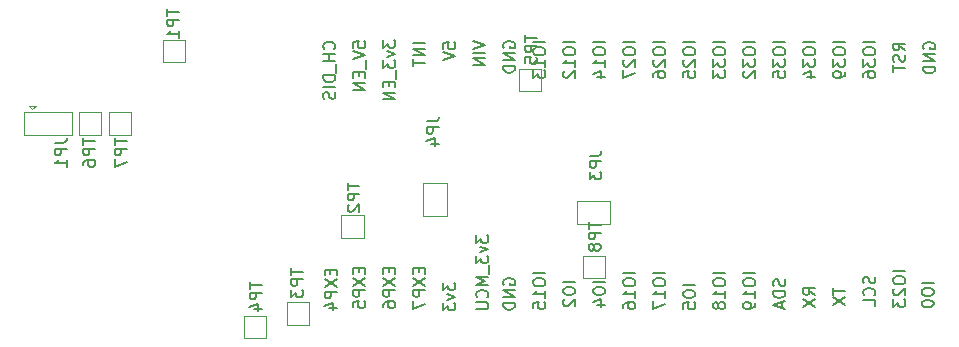
<source format=gbr>
G04 #@! TF.GenerationSoftware,KiCad,Pcbnew,(5.1.8)-1*
G04 #@! TF.CreationDate,2020-12-07T15:13:13+01:00*
G04 #@! TF.ProjectId,SuperPower-uC-KiCad,53757065-7250-46f7-9765-722d75432d4b,rev?*
G04 #@! TF.SameCoordinates,Original*
G04 #@! TF.FileFunction,Legend,Bot*
G04 #@! TF.FilePolarity,Positive*
%FSLAX46Y46*%
G04 Gerber Fmt 4.6, Leading zero omitted, Abs format (unit mm)*
G04 Created by KiCad (PCBNEW (5.1.8)-1) date 2020-12-07 15:13:13*
%MOMM*%
%LPD*%
G01*
G04 APERTURE LIST*
%ADD10C,0.150000*%
%ADD11C,0.120000*%
G04 APERTURE END LIST*
D10*
X138231571Y-117078333D02*
X138231571Y-117411666D01*
X138755380Y-117554523D02*
X138755380Y-117078333D01*
X137755380Y-117078333D01*
X137755380Y-117554523D01*
X137755380Y-117887857D02*
X138755380Y-118554523D01*
X137755380Y-118554523D02*
X138755380Y-117887857D01*
X138755380Y-118935476D02*
X137755380Y-118935476D01*
X137755380Y-119316428D01*
X137803000Y-119411666D01*
X137850619Y-119459285D01*
X137945857Y-119506904D01*
X138088714Y-119506904D01*
X138183952Y-119459285D01*
X138231571Y-119411666D01*
X138279190Y-119316428D01*
X138279190Y-118935476D01*
X137755380Y-119840238D02*
X137755380Y-120506904D01*
X138755380Y-120078333D01*
X135691571Y-117078333D02*
X135691571Y-117411666D01*
X136215380Y-117554523D02*
X136215380Y-117078333D01*
X135215380Y-117078333D01*
X135215380Y-117554523D01*
X135215380Y-117887857D02*
X136215380Y-118554523D01*
X135215380Y-118554523D02*
X136215380Y-117887857D01*
X136215380Y-118935476D02*
X135215380Y-118935476D01*
X135215380Y-119316428D01*
X135263000Y-119411666D01*
X135310619Y-119459285D01*
X135405857Y-119506904D01*
X135548714Y-119506904D01*
X135643952Y-119459285D01*
X135691571Y-119411666D01*
X135739190Y-119316428D01*
X135739190Y-118935476D01*
X135215380Y-120364047D02*
X135215380Y-120173571D01*
X135263000Y-120078333D01*
X135310619Y-120030714D01*
X135453476Y-119935476D01*
X135643952Y-119887857D01*
X136024904Y-119887857D01*
X136120142Y-119935476D01*
X136167761Y-119983095D01*
X136215380Y-120078333D01*
X136215380Y-120268809D01*
X136167761Y-120364047D01*
X136120142Y-120411666D01*
X136024904Y-120459285D01*
X135786809Y-120459285D01*
X135691571Y-120411666D01*
X135643952Y-120364047D01*
X135596333Y-120268809D01*
X135596333Y-120078333D01*
X135643952Y-119983095D01*
X135691571Y-119935476D01*
X135786809Y-119887857D01*
X133151571Y-117078333D02*
X133151571Y-117411666D01*
X133675380Y-117554523D02*
X133675380Y-117078333D01*
X132675380Y-117078333D01*
X132675380Y-117554523D01*
X132675380Y-117887857D02*
X133675380Y-118554523D01*
X132675380Y-118554523D02*
X133675380Y-117887857D01*
X133675380Y-118935476D02*
X132675380Y-118935476D01*
X132675380Y-119316428D01*
X132723000Y-119411666D01*
X132770619Y-119459285D01*
X132865857Y-119506904D01*
X133008714Y-119506904D01*
X133103952Y-119459285D01*
X133151571Y-119411666D01*
X133199190Y-119316428D01*
X133199190Y-118935476D01*
X132675380Y-120411666D02*
X132675380Y-119935476D01*
X133151571Y-119887857D01*
X133103952Y-119935476D01*
X133056333Y-120030714D01*
X133056333Y-120268809D01*
X133103952Y-120364047D01*
X133151571Y-120411666D01*
X133246809Y-120459285D01*
X133484904Y-120459285D01*
X133580142Y-120411666D01*
X133627761Y-120364047D01*
X133675380Y-120268809D01*
X133675380Y-120030714D01*
X133627761Y-119935476D01*
X133580142Y-119887857D01*
X130738571Y-117205333D02*
X130738571Y-117538666D01*
X131262380Y-117681523D02*
X131262380Y-117205333D01*
X130262380Y-117205333D01*
X130262380Y-117681523D01*
X130262380Y-118014857D02*
X131262380Y-118681523D01*
X130262380Y-118681523D02*
X131262380Y-118014857D01*
X131262380Y-119062476D02*
X130262380Y-119062476D01*
X130262380Y-119443428D01*
X130310000Y-119538666D01*
X130357619Y-119586285D01*
X130452857Y-119633904D01*
X130595714Y-119633904D01*
X130690952Y-119586285D01*
X130738571Y-119538666D01*
X130786190Y-119443428D01*
X130786190Y-119062476D01*
X130595714Y-120491047D02*
X131262380Y-120491047D01*
X130214761Y-120252952D02*
X130929047Y-120014857D01*
X130929047Y-120633904D01*
X140295380Y-118316523D02*
X140295380Y-118935571D01*
X140676333Y-118602238D01*
X140676333Y-118745095D01*
X140723952Y-118840333D01*
X140771571Y-118887952D01*
X140866809Y-118935571D01*
X141104904Y-118935571D01*
X141200142Y-118887952D01*
X141247761Y-118840333D01*
X141295380Y-118745095D01*
X141295380Y-118459380D01*
X141247761Y-118364142D01*
X141200142Y-118316523D01*
X140628714Y-119268904D02*
X141295380Y-119507000D01*
X140628714Y-119745095D01*
X140295380Y-120030809D02*
X140295380Y-120649857D01*
X140676333Y-120316523D01*
X140676333Y-120459380D01*
X140723952Y-120554619D01*
X140771571Y-120602238D01*
X140866809Y-120649857D01*
X141104904Y-120649857D01*
X141200142Y-120602238D01*
X141247761Y-120554619D01*
X141295380Y-120459380D01*
X141295380Y-120173666D01*
X141247761Y-120078428D01*
X141200142Y-120030809D01*
X143089380Y-114308333D02*
X143089380Y-114927380D01*
X143470333Y-114594047D01*
X143470333Y-114736904D01*
X143517952Y-114832142D01*
X143565571Y-114879761D01*
X143660809Y-114927380D01*
X143898904Y-114927380D01*
X143994142Y-114879761D01*
X144041761Y-114832142D01*
X144089380Y-114736904D01*
X144089380Y-114451190D01*
X144041761Y-114355952D01*
X143994142Y-114308333D01*
X143422714Y-115260714D02*
X144089380Y-115498809D01*
X143422714Y-115736904D01*
X143089380Y-116022619D02*
X143089380Y-116641666D01*
X143470333Y-116308333D01*
X143470333Y-116451190D01*
X143517952Y-116546428D01*
X143565571Y-116594047D01*
X143660809Y-116641666D01*
X143898904Y-116641666D01*
X143994142Y-116594047D01*
X144041761Y-116546428D01*
X144089380Y-116451190D01*
X144089380Y-116165476D01*
X144041761Y-116070238D01*
X143994142Y-116022619D01*
X144184619Y-116832142D02*
X144184619Y-117594047D01*
X144089380Y-117832142D02*
X143089380Y-117832142D01*
X143803666Y-118165476D01*
X143089380Y-118498809D01*
X144089380Y-118498809D01*
X143994142Y-119546428D02*
X144041761Y-119498809D01*
X144089380Y-119355952D01*
X144089380Y-119260714D01*
X144041761Y-119117857D01*
X143946523Y-119022619D01*
X143851285Y-118975000D01*
X143660809Y-118927380D01*
X143517952Y-118927380D01*
X143327476Y-118975000D01*
X143232238Y-119022619D01*
X143137000Y-119117857D01*
X143089380Y-119260714D01*
X143089380Y-119355952D01*
X143137000Y-119498809D01*
X143184619Y-119546428D01*
X143089380Y-119975000D02*
X143898904Y-119975000D01*
X143994142Y-120022619D01*
X144041761Y-120070238D01*
X144089380Y-120165476D01*
X144089380Y-120355952D01*
X144041761Y-120451190D01*
X143994142Y-120498809D01*
X143898904Y-120546428D01*
X143089380Y-120546428D01*
X145423000Y-118491095D02*
X145375380Y-118395857D01*
X145375380Y-118253000D01*
X145423000Y-118110142D01*
X145518238Y-118014904D01*
X145613476Y-117967285D01*
X145803952Y-117919666D01*
X145946809Y-117919666D01*
X146137285Y-117967285D01*
X146232523Y-118014904D01*
X146327761Y-118110142D01*
X146375380Y-118253000D01*
X146375380Y-118348238D01*
X146327761Y-118491095D01*
X146280142Y-118538714D01*
X145946809Y-118538714D01*
X145946809Y-118348238D01*
X146375380Y-118967285D02*
X145375380Y-118967285D01*
X146375380Y-119538714D01*
X145375380Y-119538714D01*
X146375380Y-120014904D02*
X145375380Y-120014904D01*
X145375380Y-120253000D01*
X145423000Y-120395857D01*
X145518238Y-120491095D01*
X145613476Y-120538714D01*
X145803952Y-120586333D01*
X145946809Y-120586333D01*
X146137285Y-120538714D01*
X146232523Y-120491095D01*
X146327761Y-120395857D01*
X146375380Y-120253000D01*
X146375380Y-120014904D01*
X148915380Y-117522809D02*
X147915380Y-117522809D01*
X147915380Y-118189476D02*
X147915380Y-118379952D01*
X147963000Y-118475190D01*
X148058238Y-118570428D01*
X148248714Y-118618047D01*
X148582047Y-118618047D01*
X148772523Y-118570428D01*
X148867761Y-118475190D01*
X148915380Y-118379952D01*
X148915380Y-118189476D01*
X148867761Y-118094238D01*
X148772523Y-117999000D01*
X148582047Y-117951380D01*
X148248714Y-117951380D01*
X148058238Y-117999000D01*
X147963000Y-118094238D01*
X147915380Y-118189476D01*
X148915380Y-119570428D02*
X148915380Y-118999000D01*
X148915380Y-119284714D02*
X147915380Y-119284714D01*
X148058238Y-119189476D01*
X148153476Y-119094238D01*
X148201095Y-118999000D01*
X147915380Y-120475190D02*
X147915380Y-119999000D01*
X148391571Y-119951380D01*
X148343952Y-119999000D01*
X148296333Y-120094238D01*
X148296333Y-120332333D01*
X148343952Y-120427571D01*
X148391571Y-120475190D01*
X148486809Y-120522809D01*
X148724904Y-120522809D01*
X148820142Y-120475190D01*
X148867761Y-120427571D01*
X148915380Y-120332333D01*
X148915380Y-120094238D01*
X148867761Y-119999000D01*
X148820142Y-119951380D01*
X151455380Y-118253000D02*
X150455380Y-118253000D01*
X150455380Y-118919666D02*
X150455380Y-119110142D01*
X150503000Y-119205380D01*
X150598238Y-119300619D01*
X150788714Y-119348238D01*
X151122047Y-119348238D01*
X151312523Y-119300619D01*
X151407761Y-119205380D01*
X151455380Y-119110142D01*
X151455380Y-118919666D01*
X151407761Y-118824428D01*
X151312523Y-118729190D01*
X151122047Y-118681571D01*
X150788714Y-118681571D01*
X150598238Y-118729190D01*
X150503000Y-118824428D01*
X150455380Y-118919666D01*
X150550619Y-119729190D02*
X150503000Y-119776809D01*
X150455380Y-119872047D01*
X150455380Y-120110142D01*
X150503000Y-120205380D01*
X150550619Y-120253000D01*
X150645857Y-120300619D01*
X150741095Y-120300619D01*
X150883952Y-120253000D01*
X151455380Y-119681571D01*
X151455380Y-120300619D01*
X153995380Y-118253000D02*
X152995380Y-118253000D01*
X152995380Y-118919666D02*
X152995380Y-119110142D01*
X153043000Y-119205380D01*
X153138238Y-119300619D01*
X153328714Y-119348238D01*
X153662047Y-119348238D01*
X153852523Y-119300619D01*
X153947761Y-119205380D01*
X153995380Y-119110142D01*
X153995380Y-118919666D01*
X153947761Y-118824428D01*
X153852523Y-118729190D01*
X153662047Y-118681571D01*
X153328714Y-118681571D01*
X153138238Y-118729190D01*
X153043000Y-118824428D01*
X152995380Y-118919666D01*
X153328714Y-120205380D02*
X153995380Y-120205380D01*
X152947761Y-119967285D02*
X153662047Y-119729190D01*
X153662047Y-120348238D01*
X156535380Y-117522809D02*
X155535380Y-117522809D01*
X155535380Y-118189476D02*
X155535380Y-118379952D01*
X155583000Y-118475190D01*
X155678238Y-118570428D01*
X155868714Y-118618047D01*
X156202047Y-118618047D01*
X156392523Y-118570428D01*
X156487761Y-118475190D01*
X156535380Y-118379952D01*
X156535380Y-118189476D01*
X156487761Y-118094238D01*
X156392523Y-117999000D01*
X156202047Y-117951380D01*
X155868714Y-117951380D01*
X155678238Y-117999000D01*
X155583000Y-118094238D01*
X155535380Y-118189476D01*
X156535380Y-119570428D02*
X156535380Y-118999000D01*
X156535380Y-119284714D02*
X155535380Y-119284714D01*
X155678238Y-119189476D01*
X155773476Y-119094238D01*
X155821095Y-118999000D01*
X155535380Y-120427571D02*
X155535380Y-120237095D01*
X155583000Y-120141857D01*
X155630619Y-120094238D01*
X155773476Y-119999000D01*
X155963952Y-119951380D01*
X156344904Y-119951380D01*
X156440142Y-119999000D01*
X156487761Y-120046619D01*
X156535380Y-120141857D01*
X156535380Y-120332333D01*
X156487761Y-120427571D01*
X156440142Y-120475190D01*
X156344904Y-120522809D01*
X156106809Y-120522809D01*
X156011571Y-120475190D01*
X155963952Y-120427571D01*
X155916333Y-120332333D01*
X155916333Y-120141857D01*
X155963952Y-120046619D01*
X156011571Y-119999000D01*
X156106809Y-119951380D01*
X159075380Y-117522809D02*
X158075380Y-117522809D01*
X158075380Y-118189476D02*
X158075380Y-118379952D01*
X158123000Y-118475190D01*
X158218238Y-118570428D01*
X158408714Y-118618047D01*
X158742047Y-118618047D01*
X158932523Y-118570428D01*
X159027761Y-118475190D01*
X159075380Y-118379952D01*
X159075380Y-118189476D01*
X159027761Y-118094238D01*
X158932523Y-117999000D01*
X158742047Y-117951380D01*
X158408714Y-117951380D01*
X158218238Y-117999000D01*
X158123000Y-118094238D01*
X158075380Y-118189476D01*
X159075380Y-119570428D02*
X159075380Y-118999000D01*
X159075380Y-119284714D02*
X158075380Y-119284714D01*
X158218238Y-119189476D01*
X158313476Y-119094238D01*
X158361095Y-118999000D01*
X158075380Y-119903761D02*
X158075380Y-120570428D01*
X159075380Y-120141857D01*
X161615380Y-118507000D02*
X160615380Y-118507000D01*
X160615380Y-119173666D02*
X160615380Y-119364142D01*
X160663000Y-119459380D01*
X160758238Y-119554619D01*
X160948714Y-119602238D01*
X161282047Y-119602238D01*
X161472523Y-119554619D01*
X161567761Y-119459380D01*
X161615380Y-119364142D01*
X161615380Y-119173666D01*
X161567761Y-119078428D01*
X161472523Y-118983190D01*
X161282047Y-118935571D01*
X160948714Y-118935571D01*
X160758238Y-118983190D01*
X160663000Y-119078428D01*
X160615380Y-119173666D01*
X160615380Y-120507000D02*
X160615380Y-120030809D01*
X161091571Y-119983190D01*
X161043952Y-120030809D01*
X160996333Y-120126047D01*
X160996333Y-120364142D01*
X161043952Y-120459380D01*
X161091571Y-120507000D01*
X161186809Y-120554619D01*
X161424904Y-120554619D01*
X161520142Y-120507000D01*
X161567761Y-120459380D01*
X161615380Y-120364142D01*
X161615380Y-120126047D01*
X161567761Y-120030809D01*
X161520142Y-119983190D01*
X164155380Y-117522809D02*
X163155380Y-117522809D01*
X163155380Y-118189476D02*
X163155380Y-118379952D01*
X163203000Y-118475190D01*
X163298238Y-118570428D01*
X163488714Y-118618047D01*
X163822047Y-118618047D01*
X164012523Y-118570428D01*
X164107761Y-118475190D01*
X164155380Y-118379952D01*
X164155380Y-118189476D01*
X164107761Y-118094238D01*
X164012523Y-117999000D01*
X163822047Y-117951380D01*
X163488714Y-117951380D01*
X163298238Y-117999000D01*
X163203000Y-118094238D01*
X163155380Y-118189476D01*
X164155380Y-119570428D02*
X164155380Y-118999000D01*
X164155380Y-119284714D02*
X163155380Y-119284714D01*
X163298238Y-119189476D01*
X163393476Y-119094238D01*
X163441095Y-118999000D01*
X163583952Y-120141857D02*
X163536333Y-120046619D01*
X163488714Y-119999000D01*
X163393476Y-119951380D01*
X163345857Y-119951380D01*
X163250619Y-119999000D01*
X163203000Y-120046619D01*
X163155380Y-120141857D01*
X163155380Y-120332333D01*
X163203000Y-120427571D01*
X163250619Y-120475190D01*
X163345857Y-120522809D01*
X163393476Y-120522809D01*
X163488714Y-120475190D01*
X163536333Y-120427571D01*
X163583952Y-120332333D01*
X163583952Y-120141857D01*
X163631571Y-120046619D01*
X163679190Y-119999000D01*
X163774428Y-119951380D01*
X163964904Y-119951380D01*
X164060142Y-119999000D01*
X164107761Y-120046619D01*
X164155380Y-120141857D01*
X164155380Y-120332333D01*
X164107761Y-120427571D01*
X164060142Y-120475190D01*
X163964904Y-120522809D01*
X163774428Y-120522809D01*
X163679190Y-120475190D01*
X163631571Y-120427571D01*
X163583952Y-120332333D01*
X166695380Y-117522809D02*
X165695380Y-117522809D01*
X165695380Y-118189476D02*
X165695380Y-118379952D01*
X165743000Y-118475190D01*
X165838238Y-118570428D01*
X166028714Y-118618047D01*
X166362047Y-118618047D01*
X166552523Y-118570428D01*
X166647761Y-118475190D01*
X166695380Y-118379952D01*
X166695380Y-118189476D01*
X166647761Y-118094238D01*
X166552523Y-117999000D01*
X166362047Y-117951380D01*
X166028714Y-117951380D01*
X165838238Y-117999000D01*
X165743000Y-118094238D01*
X165695380Y-118189476D01*
X166695380Y-119570428D02*
X166695380Y-118999000D01*
X166695380Y-119284714D02*
X165695380Y-119284714D01*
X165838238Y-119189476D01*
X165933476Y-119094238D01*
X165981095Y-118999000D01*
X166695380Y-120046619D02*
X166695380Y-120237095D01*
X166647761Y-120332333D01*
X166600142Y-120379952D01*
X166457285Y-120475190D01*
X166266809Y-120522809D01*
X165885857Y-120522809D01*
X165790619Y-120475190D01*
X165743000Y-120427571D01*
X165695380Y-120332333D01*
X165695380Y-120141857D01*
X165743000Y-120046619D01*
X165790619Y-119999000D01*
X165885857Y-119951380D01*
X166123952Y-119951380D01*
X166219190Y-119999000D01*
X166266809Y-120046619D01*
X166314428Y-120141857D01*
X166314428Y-120332333D01*
X166266809Y-120427571D01*
X166219190Y-120475190D01*
X166123952Y-120522809D01*
X169187761Y-118038714D02*
X169235380Y-118181571D01*
X169235380Y-118419666D01*
X169187761Y-118514904D01*
X169140142Y-118562523D01*
X169044904Y-118610142D01*
X168949666Y-118610142D01*
X168854428Y-118562523D01*
X168806809Y-118514904D01*
X168759190Y-118419666D01*
X168711571Y-118229190D01*
X168663952Y-118133952D01*
X168616333Y-118086333D01*
X168521095Y-118038714D01*
X168425857Y-118038714D01*
X168330619Y-118086333D01*
X168283000Y-118133952D01*
X168235380Y-118229190D01*
X168235380Y-118467285D01*
X168283000Y-118610142D01*
X169235380Y-119038714D02*
X168235380Y-119038714D01*
X168235380Y-119276809D01*
X168283000Y-119419666D01*
X168378238Y-119514904D01*
X168473476Y-119562523D01*
X168663952Y-119610142D01*
X168806809Y-119610142D01*
X168997285Y-119562523D01*
X169092523Y-119514904D01*
X169187761Y-119419666D01*
X169235380Y-119276809D01*
X169235380Y-119038714D01*
X168949666Y-119991095D02*
X168949666Y-120467285D01*
X169235380Y-119895857D02*
X168235380Y-120229190D01*
X169235380Y-120562523D01*
X173315380Y-118745095D02*
X173315380Y-119316523D01*
X174315380Y-119030809D02*
X173315380Y-119030809D01*
X173315380Y-119554619D02*
X174315380Y-120221285D01*
X173315380Y-120221285D02*
X174315380Y-119554619D01*
X171775380Y-119340333D02*
X171299190Y-119007000D01*
X171775380Y-118768904D02*
X170775380Y-118768904D01*
X170775380Y-119149857D01*
X170823000Y-119245095D01*
X170870619Y-119292714D01*
X170965857Y-119340333D01*
X171108714Y-119340333D01*
X171203952Y-119292714D01*
X171251571Y-119245095D01*
X171299190Y-119149857D01*
X171299190Y-118768904D01*
X170775380Y-119673666D02*
X171775380Y-120340333D01*
X170775380Y-120340333D02*
X171775380Y-119673666D01*
X176807761Y-117808523D02*
X176855380Y-117951380D01*
X176855380Y-118189476D01*
X176807761Y-118284714D01*
X176760142Y-118332333D01*
X176664904Y-118379952D01*
X176569666Y-118379952D01*
X176474428Y-118332333D01*
X176426809Y-118284714D01*
X176379190Y-118189476D01*
X176331571Y-117999000D01*
X176283952Y-117903761D01*
X176236333Y-117856142D01*
X176141095Y-117808523D01*
X176045857Y-117808523D01*
X175950619Y-117856142D01*
X175903000Y-117903761D01*
X175855380Y-117999000D01*
X175855380Y-118237095D01*
X175903000Y-118379952D01*
X176760142Y-119379952D02*
X176807761Y-119332333D01*
X176855380Y-119189476D01*
X176855380Y-119094238D01*
X176807761Y-118951380D01*
X176712523Y-118856142D01*
X176617285Y-118808523D01*
X176426809Y-118760904D01*
X176283952Y-118760904D01*
X176093476Y-118808523D01*
X175998238Y-118856142D01*
X175903000Y-118951380D01*
X175855380Y-119094238D01*
X175855380Y-119189476D01*
X175903000Y-119332333D01*
X175950619Y-119379952D01*
X176855380Y-120284714D02*
X176855380Y-119808523D01*
X175855380Y-119808523D01*
X179395380Y-117345809D02*
X178395380Y-117345809D01*
X178395380Y-118012476D02*
X178395380Y-118202952D01*
X178443000Y-118298190D01*
X178538238Y-118393428D01*
X178728714Y-118441047D01*
X179062047Y-118441047D01*
X179252523Y-118393428D01*
X179347761Y-118298190D01*
X179395380Y-118202952D01*
X179395380Y-118012476D01*
X179347761Y-117917238D01*
X179252523Y-117822000D01*
X179062047Y-117774380D01*
X178728714Y-117774380D01*
X178538238Y-117822000D01*
X178443000Y-117917238D01*
X178395380Y-118012476D01*
X178490619Y-118822000D02*
X178443000Y-118869619D01*
X178395380Y-118964857D01*
X178395380Y-119202952D01*
X178443000Y-119298190D01*
X178490619Y-119345809D01*
X178585857Y-119393428D01*
X178681095Y-119393428D01*
X178823952Y-119345809D01*
X179395380Y-118774380D01*
X179395380Y-119393428D01*
X178395380Y-119726761D02*
X178395380Y-120345809D01*
X178776333Y-120012476D01*
X178776333Y-120155333D01*
X178823952Y-120250571D01*
X178871571Y-120298190D01*
X178966809Y-120345809D01*
X179204904Y-120345809D01*
X179300142Y-120298190D01*
X179347761Y-120250571D01*
X179395380Y-120155333D01*
X179395380Y-119869619D01*
X179347761Y-119774380D01*
X179300142Y-119726761D01*
X181808380Y-118330000D02*
X180808380Y-118330000D01*
X180808380Y-118996666D02*
X180808380Y-119187142D01*
X180856000Y-119282380D01*
X180951238Y-119377619D01*
X181141714Y-119425238D01*
X181475047Y-119425238D01*
X181665523Y-119377619D01*
X181760761Y-119282380D01*
X181808380Y-119187142D01*
X181808380Y-118996666D01*
X181760761Y-118901428D01*
X181665523Y-118806190D01*
X181475047Y-118758571D01*
X181141714Y-118758571D01*
X180951238Y-118806190D01*
X180856000Y-118901428D01*
X180808380Y-118996666D01*
X180808380Y-120044285D02*
X180808380Y-120139523D01*
X180856000Y-120234761D01*
X180903619Y-120282380D01*
X180998857Y-120330000D01*
X181189333Y-120377619D01*
X181427428Y-120377619D01*
X181617904Y-120330000D01*
X181713142Y-120282380D01*
X181760761Y-120234761D01*
X181808380Y-120139523D01*
X181808380Y-120044285D01*
X181760761Y-119949047D01*
X181713142Y-119901428D01*
X181617904Y-119853809D01*
X181427428Y-119806190D01*
X181189333Y-119806190D01*
X180998857Y-119853809D01*
X180903619Y-119901428D01*
X180856000Y-119949047D01*
X180808380Y-120044285D01*
X180983000Y-98502095D02*
X180935380Y-98406857D01*
X180935380Y-98264000D01*
X180983000Y-98121142D01*
X181078238Y-98025904D01*
X181173476Y-97978285D01*
X181363952Y-97930666D01*
X181506809Y-97930666D01*
X181697285Y-97978285D01*
X181792523Y-98025904D01*
X181887761Y-98121142D01*
X181935380Y-98264000D01*
X181935380Y-98359238D01*
X181887761Y-98502095D01*
X181840142Y-98549714D01*
X181506809Y-98549714D01*
X181506809Y-98359238D01*
X181935380Y-98978285D02*
X180935380Y-98978285D01*
X181935380Y-99549714D01*
X180935380Y-99549714D01*
X181935380Y-100025904D02*
X180935380Y-100025904D01*
X180935380Y-100264000D01*
X180983000Y-100406857D01*
X181078238Y-100502095D01*
X181173476Y-100549714D01*
X181363952Y-100597333D01*
X181506809Y-100597333D01*
X181697285Y-100549714D01*
X181792523Y-100502095D01*
X181887761Y-100406857D01*
X181935380Y-100264000D01*
X181935380Y-100025904D01*
X179395380Y-98639380D02*
X178919190Y-98306047D01*
X179395380Y-98067952D02*
X178395380Y-98067952D01*
X178395380Y-98448904D01*
X178443000Y-98544142D01*
X178490619Y-98591761D01*
X178585857Y-98639380D01*
X178728714Y-98639380D01*
X178823952Y-98591761D01*
X178871571Y-98544142D01*
X178919190Y-98448904D01*
X178919190Y-98067952D01*
X179347761Y-99020333D02*
X179395380Y-99163190D01*
X179395380Y-99401285D01*
X179347761Y-99496523D01*
X179300142Y-99544142D01*
X179204904Y-99591761D01*
X179109666Y-99591761D01*
X179014428Y-99544142D01*
X178966809Y-99496523D01*
X178919190Y-99401285D01*
X178871571Y-99210809D01*
X178823952Y-99115571D01*
X178776333Y-99067952D01*
X178681095Y-99020333D01*
X178585857Y-99020333D01*
X178490619Y-99067952D01*
X178443000Y-99115571D01*
X178395380Y-99210809D01*
X178395380Y-99448904D01*
X178443000Y-99591761D01*
X178395380Y-99877476D02*
X178395380Y-100448904D01*
X179395380Y-100163190D02*
X178395380Y-100163190D01*
X176855380Y-97964809D02*
X175855380Y-97964809D01*
X175855380Y-98631476D02*
X175855380Y-98821952D01*
X175903000Y-98917190D01*
X175998238Y-99012428D01*
X176188714Y-99060047D01*
X176522047Y-99060047D01*
X176712523Y-99012428D01*
X176807761Y-98917190D01*
X176855380Y-98821952D01*
X176855380Y-98631476D01*
X176807761Y-98536238D01*
X176712523Y-98441000D01*
X176522047Y-98393380D01*
X176188714Y-98393380D01*
X175998238Y-98441000D01*
X175903000Y-98536238D01*
X175855380Y-98631476D01*
X175855380Y-99393380D02*
X175855380Y-100012428D01*
X176236333Y-99679095D01*
X176236333Y-99821952D01*
X176283952Y-99917190D01*
X176331571Y-99964809D01*
X176426809Y-100012428D01*
X176664904Y-100012428D01*
X176760142Y-99964809D01*
X176807761Y-99917190D01*
X176855380Y-99821952D01*
X176855380Y-99536238D01*
X176807761Y-99441000D01*
X176760142Y-99393380D01*
X175855380Y-100869571D02*
X175855380Y-100679095D01*
X175903000Y-100583857D01*
X175950619Y-100536238D01*
X176093476Y-100441000D01*
X176283952Y-100393380D01*
X176664904Y-100393380D01*
X176760142Y-100441000D01*
X176807761Y-100488619D01*
X176855380Y-100583857D01*
X176855380Y-100774333D01*
X176807761Y-100869571D01*
X176760142Y-100917190D01*
X176664904Y-100964809D01*
X176426809Y-100964809D01*
X176331571Y-100917190D01*
X176283952Y-100869571D01*
X176236333Y-100774333D01*
X176236333Y-100583857D01*
X176283952Y-100488619D01*
X176331571Y-100441000D01*
X176426809Y-100393380D01*
X174315380Y-97964809D02*
X173315380Y-97964809D01*
X173315380Y-98631476D02*
X173315380Y-98821952D01*
X173363000Y-98917190D01*
X173458238Y-99012428D01*
X173648714Y-99060047D01*
X173982047Y-99060047D01*
X174172523Y-99012428D01*
X174267761Y-98917190D01*
X174315380Y-98821952D01*
X174315380Y-98631476D01*
X174267761Y-98536238D01*
X174172523Y-98441000D01*
X173982047Y-98393380D01*
X173648714Y-98393380D01*
X173458238Y-98441000D01*
X173363000Y-98536238D01*
X173315380Y-98631476D01*
X173315380Y-99393380D02*
X173315380Y-100012428D01*
X173696333Y-99679095D01*
X173696333Y-99821952D01*
X173743952Y-99917190D01*
X173791571Y-99964809D01*
X173886809Y-100012428D01*
X174124904Y-100012428D01*
X174220142Y-99964809D01*
X174267761Y-99917190D01*
X174315380Y-99821952D01*
X174315380Y-99536238D01*
X174267761Y-99441000D01*
X174220142Y-99393380D01*
X174315380Y-100488619D02*
X174315380Y-100679095D01*
X174267761Y-100774333D01*
X174220142Y-100821952D01*
X174077285Y-100917190D01*
X173886809Y-100964809D01*
X173505857Y-100964809D01*
X173410619Y-100917190D01*
X173363000Y-100869571D01*
X173315380Y-100774333D01*
X173315380Y-100583857D01*
X173363000Y-100488619D01*
X173410619Y-100441000D01*
X173505857Y-100393380D01*
X173743952Y-100393380D01*
X173839190Y-100441000D01*
X173886809Y-100488619D01*
X173934428Y-100583857D01*
X173934428Y-100774333D01*
X173886809Y-100869571D01*
X173839190Y-100917190D01*
X173743952Y-100964809D01*
X166695380Y-97964809D02*
X165695380Y-97964809D01*
X165695380Y-98631476D02*
X165695380Y-98821952D01*
X165743000Y-98917190D01*
X165838238Y-99012428D01*
X166028714Y-99060047D01*
X166362047Y-99060047D01*
X166552523Y-99012428D01*
X166647761Y-98917190D01*
X166695380Y-98821952D01*
X166695380Y-98631476D01*
X166647761Y-98536238D01*
X166552523Y-98441000D01*
X166362047Y-98393380D01*
X166028714Y-98393380D01*
X165838238Y-98441000D01*
X165743000Y-98536238D01*
X165695380Y-98631476D01*
X165695380Y-99393380D02*
X165695380Y-100012428D01*
X166076333Y-99679095D01*
X166076333Y-99821952D01*
X166123952Y-99917190D01*
X166171571Y-99964809D01*
X166266809Y-100012428D01*
X166504904Y-100012428D01*
X166600142Y-99964809D01*
X166647761Y-99917190D01*
X166695380Y-99821952D01*
X166695380Y-99536238D01*
X166647761Y-99441000D01*
X166600142Y-99393380D01*
X165790619Y-100393380D02*
X165743000Y-100441000D01*
X165695380Y-100536238D01*
X165695380Y-100774333D01*
X165743000Y-100869571D01*
X165790619Y-100917190D01*
X165885857Y-100964809D01*
X165981095Y-100964809D01*
X166123952Y-100917190D01*
X166695380Y-100345761D01*
X166695380Y-100964809D01*
X169235380Y-97964809D02*
X168235380Y-97964809D01*
X168235380Y-98631476D02*
X168235380Y-98821952D01*
X168283000Y-98917190D01*
X168378238Y-99012428D01*
X168568714Y-99060047D01*
X168902047Y-99060047D01*
X169092523Y-99012428D01*
X169187761Y-98917190D01*
X169235380Y-98821952D01*
X169235380Y-98631476D01*
X169187761Y-98536238D01*
X169092523Y-98441000D01*
X168902047Y-98393380D01*
X168568714Y-98393380D01*
X168378238Y-98441000D01*
X168283000Y-98536238D01*
X168235380Y-98631476D01*
X168235380Y-99393380D02*
X168235380Y-100012428D01*
X168616333Y-99679095D01*
X168616333Y-99821952D01*
X168663952Y-99917190D01*
X168711571Y-99964809D01*
X168806809Y-100012428D01*
X169044904Y-100012428D01*
X169140142Y-99964809D01*
X169187761Y-99917190D01*
X169235380Y-99821952D01*
X169235380Y-99536238D01*
X169187761Y-99441000D01*
X169140142Y-99393380D01*
X168235380Y-100917190D02*
X168235380Y-100441000D01*
X168711571Y-100393380D01*
X168663952Y-100441000D01*
X168616333Y-100536238D01*
X168616333Y-100774333D01*
X168663952Y-100869571D01*
X168711571Y-100917190D01*
X168806809Y-100964809D01*
X169044904Y-100964809D01*
X169140142Y-100917190D01*
X169187761Y-100869571D01*
X169235380Y-100774333D01*
X169235380Y-100536238D01*
X169187761Y-100441000D01*
X169140142Y-100393380D01*
X171775380Y-97964809D02*
X170775380Y-97964809D01*
X170775380Y-98631476D02*
X170775380Y-98821952D01*
X170823000Y-98917190D01*
X170918238Y-99012428D01*
X171108714Y-99060047D01*
X171442047Y-99060047D01*
X171632523Y-99012428D01*
X171727761Y-98917190D01*
X171775380Y-98821952D01*
X171775380Y-98631476D01*
X171727761Y-98536238D01*
X171632523Y-98441000D01*
X171442047Y-98393380D01*
X171108714Y-98393380D01*
X170918238Y-98441000D01*
X170823000Y-98536238D01*
X170775380Y-98631476D01*
X170775380Y-99393380D02*
X170775380Y-100012428D01*
X171156333Y-99679095D01*
X171156333Y-99821952D01*
X171203952Y-99917190D01*
X171251571Y-99964809D01*
X171346809Y-100012428D01*
X171584904Y-100012428D01*
X171680142Y-99964809D01*
X171727761Y-99917190D01*
X171775380Y-99821952D01*
X171775380Y-99536238D01*
X171727761Y-99441000D01*
X171680142Y-99393380D01*
X171108714Y-100869571D02*
X171775380Y-100869571D01*
X170727761Y-100631476D02*
X171442047Y-100393380D01*
X171442047Y-101012428D01*
X164155380Y-97964809D02*
X163155380Y-97964809D01*
X163155380Y-98631476D02*
X163155380Y-98821952D01*
X163203000Y-98917190D01*
X163298238Y-99012428D01*
X163488714Y-99060047D01*
X163822047Y-99060047D01*
X164012523Y-99012428D01*
X164107761Y-98917190D01*
X164155380Y-98821952D01*
X164155380Y-98631476D01*
X164107761Y-98536238D01*
X164012523Y-98441000D01*
X163822047Y-98393380D01*
X163488714Y-98393380D01*
X163298238Y-98441000D01*
X163203000Y-98536238D01*
X163155380Y-98631476D01*
X163155380Y-99393380D02*
X163155380Y-100012428D01*
X163536333Y-99679095D01*
X163536333Y-99821952D01*
X163583952Y-99917190D01*
X163631571Y-99964809D01*
X163726809Y-100012428D01*
X163964904Y-100012428D01*
X164060142Y-99964809D01*
X164107761Y-99917190D01*
X164155380Y-99821952D01*
X164155380Y-99536238D01*
X164107761Y-99441000D01*
X164060142Y-99393380D01*
X163155380Y-100345761D02*
X163155380Y-100964809D01*
X163536333Y-100631476D01*
X163536333Y-100774333D01*
X163583952Y-100869571D01*
X163631571Y-100917190D01*
X163726809Y-100964809D01*
X163964904Y-100964809D01*
X164060142Y-100917190D01*
X164107761Y-100869571D01*
X164155380Y-100774333D01*
X164155380Y-100488619D01*
X164107761Y-100393380D01*
X164060142Y-100345761D01*
X161615380Y-97964809D02*
X160615380Y-97964809D01*
X160615380Y-98631476D02*
X160615380Y-98821952D01*
X160663000Y-98917190D01*
X160758238Y-99012428D01*
X160948714Y-99060047D01*
X161282047Y-99060047D01*
X161472523Y-99012428D01*
X161567761Y-98917190D01*
X161615380Y-98821952D01*
X161615380Y-98631476D01*
X161567761Y-98536238D01*
X161472523Y-98441000D01*
X161282047Y-98393380D01*
X160948714Y-98393380D01*
X160758238Y-98441000D01*
X160663000Y-98536238D01*
X160615380Y-98631476D01*
X160710619Y-99441000D02*
X160663000Y-99488619D01*
X160615380Y-99583857D01*
X160615380Y-99821952D01*
X160663000Y-99917190D01*
X160710619Y-99964809D01*
X160805857Y-100012428D01*
X160901095Y-100012428D01*
X161043952Y-99964809D01*
X161615380Y-99393380D01*
X161615380Y-100012428D01*
X160615380Y-100917190D02*
X160615380Y-100441000D01*
X161091571Y-100393380D01*
X161043952Y-100441000D01*
X160996333Y-100536238D01*
X160996333Y-100774333D01*
X161043952Y-100869571D01*
X161091571Y-100917190D01*
X161186809Y-100964809D01*
X161424904Y-100964809D01*
X161520142Y-100917190D01*
X161567761Y-100869571D01*
X161615380Y-100774333D01*
X161615380Y-100536238D01*
X161567761Y-100441000D01*
X161520142Y-100393380D01*
X159075380Y-97964809D02*
X158075380Y-97964809D01*
X158075380Y-98631476D02*
X158075380Y-98821952D01*
X158123000Y-98917190D01*
X158218238Y-99012428D01*
X158408714Y-99060047D01*
X158742047Y-99060047D01*
X158932523Y-99012428D01*
X159027761Y-98917190D01*
X159075380Y-98821952D01*
X159075380Y-98631476D01*
X159027761Y-98536238D01*
X158932523Y-98441000D01*
X158742047Y-98393380D01*
X158408714Y-98393380D01*
X158218238Y-98441000D01*
X158123000Y-98536238D01*
X158075380Y-98631476D01*
X158170619Y-99441000D02*
X158123000Y-99488619D01*
X158075380Y-99583857D01*
X158075380Y-99821952D01*
X158123000Y-99917190D01*
X158170619Y-99964809D01*
X158265857Y-100012428D01*
X158361095Y-100012428D01*
X158503952Y-99964809D01*
X159075380Y-99393380D01*
X159075380Y-100012428D01*
X158075380Y-100869571D02*
X158075380Y-100679095D01*
X158123000Y-100583857D01*
X158170619Y-100536238D01*
X158313476Y-100441000D01*
X158503952Y-100393380D01*
X158884904Y-100393380D01*
X158980142Y-100441000D01*
X159027761Y-100488619D01*
X159075380Y-100583857D01*
X159075380Y-100774333D01*
X159027761Y-100869571D01*
X158980142Y-100917190D01*
X158884904Y-100964809D01*
X158646809Y-100964809D01*
X158551571Y-100917190D01*
X158503952Y-100869571D01*
X158456333Y-100774333D01*
X158456333Y-100583857D01*
X158503952Y-100488619D01*
X158551571Y-100441000D01*
X158646809Y-100393380D01*
X156535380Y-97964809D02*
X155535380Y-97964809D01*
X155535380Y-98631476D02*
X155535380Y-98821952D01*
X155583000Y-98917190D01*
X155678238Y-99012428D01*
X155868714Y-99060047D01*
X156202047Y-99060047D01*
X156392523Y-99012428D01*
X156487761Y-98917190D01*
X156535380Y-98821952D01*
X156535380Y-98631476D01*
X156487761Y-98536238D01*
X156392523Y-98441000D01*
X156202047Y-98393380D01*
X155868714Y-98393380D01*
X155678238Y-98441000D01*
X155583000Y-98536238D01*
X155535380Y-98631476D01*
X155630619Y-99441000D02*
X155583000Y-99488619D01*
X155535380Y-99583857D01*
X155535380Y-99821952D01*
X155583000Y-99917190D01*
X155630619Y-99964809D01*
X155725857Y-100012428D01*
X155821095Y-100012428D01*
X155963952Y-99964809D01*
X156535380Y-99393380D01*
X156535380Y-100012428D01*
X155535380Y-100345761D02*
X155535380Y-101012428D01*
X156535380Y-100583857D01*
X153995380Y-97964809D02*
X152995380Y-97964809D01*
X152995380Y-98631476D02*
X152995380Y-98821952D01*
X153043000Y-98917190D01*
X153138238Y-99012428D01*
X153328714Y-99060047D01*
X153662047Y-99060047D01*
X153852523Y-99012428D01*
X153947761Y-98917190D01*
X153995380Y-98821952D01*
X153995380Y-98631476D01*
X153947761Y-98536238D01*
X153852523Y-98441000D01*
X153662047Y-98393380D01*
X153328714Y-98393380D01*
X153138238Y-98441000D01*
X153043000Y-98536238D01*
X152995380Y-98631476D01*
X153995380Y-100012428D02*
X153995380Y-99441000D01*
X153995380Y-99726714D02*
X152995380Y-99726714D01*
X153138238Y-99631476D01*
X153233476Y-99536238D01*
X153281095Y-99441000D01*
X153328714Y-100869571D02*
X153995380Y-100869571D01*
X152947761Y-100631476D02*
X153662047Y-100393380D01*
X153662047Y-101012428D01*
X151455380Y-97964809D02*
X150455380Y-97964809D01*
X150455380Y-98631476D02*
X150455380Y-98821952D01*
X150503000Y-98917190D01*
X150598238Y-99012428D01*
X150788714Y-99060047D01*
X151122047Y-99060047D01*
X151312523Y-99012428D01*
X151407761Y-98917190D01*
X151455380Y-98821952D01*
X151455380Y-98631476D01*
X151407761Y-98536238D01*
X151312523Y-98441000D01*
X151122047Y-98393380D01*
X150788714Y-98393380D01*
X150598238Y-98441000D01*
X150503000Y-98536238D01*
X150455380Y-98631476D01*
X151455380Y-100012428D02*
X151455380Y-99441000D01*
X151455380Y-99726714D02*
X150455380Y-99726714D01*
X150598238Y-99631476D01*
X150693476Y-99536238D01*
X150741095Y-99441000D01*
X150550619Y-100393380D02*
X150503000Y-100441000D01*
X150455380Y-100536238D01*
X150455380Y-100774333D01*
X150503000Y-100869571D01*
X150550619Y-100917190D01*
X150645857Y-100964809D01*
X150741095Y-100964809D01*
X150883952Y-100917190D01*
X151455380Y-100345761D01*
X151455380Y-100964809D01*
X148915380Y-97964809D02*
X147915380Y-97964809D01*
X147915380Y-98631476D02*
X147915380Y-98821952D01*
X147963000Y-98917190D01*
X148058238Y-99012428D01*
X148248714Y-99060047D01*
X148582047Y-99060047D01*
X148772523Y-99012428D01*
X148867761Y-98917190D01*
X148915380Y-98821952D01*
X148915380Y-98631476D01*
X148867761Y-98536238D01*
X148772523Y-98441000D01*
X148582047Y-98393380D01*
X148248714Y-98393380D01*
X148058238Y-98441000D01*
X147963000Y-98536238D01*
X147915380Y-98631476D01*
X148915380Y-100012428D02*
X148915380Y-99441000D01*
X148915380Y-99726714D02*
X147915380Y-99726714D01*
X148058238Y-99631476D01*
X148153476Y-99536238D01*
X148201095Y-99441000D01*
X147915380Y-100345761D02*
X147915380Y-100964809D01*
X148296333Y-100631476D01*
X148296333Y-100774333D01*
X148343952Y-100869571D01*
X148391571Y-100917190D01*
X148486809Y-100964809D01*
X148724904Y-100964809D01*
X148820142Y-100917190D01*
X148867761Y-100869571D01*
X148915380Y-100774333D01*
X148915380Y-100488619D01*
X148867761Y-100393380D01*
X148820142Y-100345761D01*
X145423000Y-98425095D02*
X145375380Y-98329857D01*
X145375380Y-98187000D01*
X145423000Y-98044142D01*
X145518238Y-97948904D01*
X145613476Y-97901285D01*
X145803952Y-97853666D01*
X145946809Y-97853666D01*
X146137285Y-97901285D01*
X146232523Y-97948904D01*
X146327761Y-98044142D01*
X146375380Y-98187000D01*
X146375380Y-98282238D01*
X146327761Y-98425095D01*
X146280142Y-98472714D01*
X145946809Y-98472714D01*
X145946809Y-98282238D01*
X146375380Y-98901285D02*
X145375380Y-98901285D01*
X146375380Y-99472714D01*
X145375380Y-99472714D01*
X146375380Y-99948904D02*
X145375380Y-99948904D01*
X145375380Y-100187000D01*
X145423000Y-100329857D01*
X145518238Y-100425095D01*
X145613476Y-100472714D01*
X145803952Y-100520333D01*
X145946809Y-100520333D01*
X146137285Y-100472714D01*
X146232523Y-100425095D01*
X146327761Y-100329857D01*
X146375380Y-100187000D01*
X146375380Y-99948904D01*
X142835380Y-97837761D02*
X143835380Y-98171095D01*
X142835380Y-98504428D01*
X143835380Y-98837761D02*
X142835380Y-98837761D01*
X143835380Y-99313952D02*
X142835380Y-99313952D01*
X143835380Y-99885380D01*
X142835380Y-99885380D01*
X140295380Y-98488523D02*
X140295380Y-98012333D01*
X140771571Y-97964714D01*
X140723952Y-98012333D01*
X140676333Y-98107571D01*
X140676333Y-98345666D01*
X140723952Y-98440904D01*
X140771571Y-98488523D01*
X140866809Y-98536142D01*
X141104904Y-98536142D01*
X141200142Y-98488523D01*
X141247761Y-98440904D01*
X141295380Y-98345666D01*
X141295380Y-98107571D01*
X141247761Y-98012333D01*
X141200142Y-97964714D01*
X140295380Y-98821857D02*
X141295380Y-99155190D01*
X140295380Y-99488523D01*
X138755380Y-98028238D02*
X137755380Y-98028238D01*
X138755380Y-98504428D02*
X137755380Y-98504428D01*
X138755380Y-99075857D01*
X137755380Y-99075857D01*
X137755380Y-99409190D02*
X137755380Y-99980619D01*
X138755380Y-99694904D02*
X137755380Y-99694904D01*
X135215380Y-97782380D02*
X135215380Y-98401428D01*
X135596333Y-98068095D01*
X135596333Y-98210952D01*
X135643952Y-98306190D01*
X135691571Y-98353809D01*
X135786809Y-98401428D01*
X136024904Y-98401428D01*
X136120142Y-98353809D01*
X136167761Y-98306190D01*
X136215380Y-98210952D01*
X136215380Y-97925238D01*
X136167761Y-97830000D01*
X136120142Y-97782380D01*
X135548714Y-98734761D02*
X136215380Y-98972857D01*
X135548714Y-99210952D01*
X135215380Y-99496666D02*
X135215380Y-100115714D01*
X135596333Y-99782380D01*
X135596333Y-99925238D01*
X135643952Y-100020476D01*
X135691571Y-100068095D01*
X135786809Y-100115714D01*
X136024904Y-100115714D01*
X136120142Y-100068095D01*
X136167761Y-100020476D01*
X136215380Y-99925238D01*
X136215380Y-99639523D01*
X136167761Y-99544285D01*
X136120142Y-99496666D01*
X136310619Y-100306190D02*
X136310619Y-101068095D01*
X135691571Y-101306190D02*
X135691571Y-101639523D01*
X136215380Y-101782380D02*
X136215380Y-101306190D01*
X135215380Y-101306190D01*
X135215380Y-101782380D01*
X136215380Y-102210952D02*
X135215380Y-102210952D01*
X136215380Y-102782380D01*
X135215380Y-102782380D01*
X132675380Y-98401380D02*
X132675380Y-97925190D01*
X133151571Y-97877571D01*
X133103952Y-97925190D01*
X133056333Y-98020428D01*
X133056333Y-98258523D01*
X133103952Y-98353761D01*
X133151571Y-98401380D01*
X133246809Y-98449000D01*
X133484904Y-98449000D01*
X133580142Y-98401380D01*
X133627761Y-98353761D01*
X133675380Y-98258523D01*
X133675380Y-98020428D01*
X133627761Y-97925190D01*
X133580142Y-97877571D01*
X132675380Y-98734714D02*
X133675380Y-99068047D01*
X132675380Y-99401380D01*
X133770619Y-99496619D02*
X133770619Y-100258523D01*
X133151571Y-100496619D02*
X133151571Y-100829952D01*
X133675380Y-100972809D02*
X133675380Y-100496619D01*
X132675380Y-100496619D01*
X132675380Y-100972809D01*
X133675380Y-101401380D02*
X132675380Y-101401380D01*
X133675380Y-101972809D01*
X132675380Y-101972809D01*
X131040142Y-98520476D02*
X131087761Y-98472857D01*
X131135380Y-98330000D01*
X131135380Y-98234761D01*
X131087761Y-98091904D01*
X130992523Y-97996666D01*
X130897285Y-97949047D01*
X130706809Y-97901428D01*
X130563952Y-97901428D01*
X130373476Y-97949047D01*
X130278238Y-97996666D01*
X130183000Y-98091904D01*
X130135380Y-98234761D01*
X130135380Y-98330000D01*
X130183000Y-98472857D01*
X130230619Y-98520476D01*
X131135380Y-98949047D02*
X130135380Y-98949047D01*
X130611571Y-98949047D02*
X130611571Y-99520476D01*
X131135380Y-99520476D02*
X130135380Y-99520476D01*
X131230619Y-99758571D02*
X131230619Y-100520476D01*
X131135380Y-100758571D02*
X130135380Y-100758571D01*
X130135380Y-100996666D01*
X130183000Y-101139523D01*
X130278238Y-101234761D01*
X130373476Y-101282380D01*
X130563952Y-101330000D01*
X130706809Y-101330000D01*
X130897285Y-101282380D01*
X130992523Y-101234761D01*
X131087761Y-101139523D01*
X131135380Y-100996666D01*
X131135380Y-100758571D01*
X131135380Y-101758571D02*
X130135380Y-101758571D01*
X131087761Y-102187142D02*
X131135380Y-102330000D01*
X131135380Y-102568095D01*
X131087761Y-102663333D01*
X131040142Y-102710952D01*
X130944904Y-102758571D01*
X130849666Y-102758571D01*
X130754428Y-102710952D01*
X130706809Y-102663333D01*
X130659190Y-102568095D01*
X130611571Y-102377619D01*
X130563952Y-102282380D01*
X130516333Y-102234761D01*
X130421095Y-102187142D01*
X130325857Y-102187142D01*
X130230619Y-102234761D01*
X130183000Y-102282380D01*
X130135380Y-102377619D01*
X130135380Y-102615714D01*
X130183000Y-102758571D01*
D11*
X131656000Y-114496000D02*
X133556000Y-114496000D01*
X133556000Y-114496000D02*
X133556000Y-112596000D01*
X133556000Y-112596000D02*
X131656000Y-112596000D01*
X131656000Y-112596000D02*
X131656000Y-114496000D01*
X123383000Y-122997000D02*
X125283000Y-122997000D01*
X125283000Y-122997000D02*
X125283000Y-121097000D01*
X125283000Y-121097000D02*
X123383000Y-121097000D01*
X123383000Y-121097000D02*
X123383000Y-122997000D01*
X152085000Y-116017000D02*
X152085000Y-117917000D01*
X153985000Y-116017000D02*
X152085000Y-116017000D01*
X153985000Y-117917000D02*
X153985000Y-116017000D01*
X152085000Y-117917000D02*
X153985000Y-117917000D01*
X146700200Y-100193600D02*
X146700200Y-102093600D01*
X148600200Y-100193600D02*
X146700200Y-100193600D01*
X148600200Y-102093600D02*
X148600200Y-100193600D01*
X146700200Y-102093600D02*
X148600200Y-102093600D01*
X111953000Y-103888500D02*
X111953000Y-105788500D01*
X113853000Y-103888500D02*
X111953000Y-103888500D01*
X113853000Y-105788500D02*
X113853000Y-103888500D01*
X111953000Y-105788500D02*
X113853000Y-105788500D01*
X109413000Y-103888500D02*
X109413000Y-105788500D01*
X111313000Y-103888500D02*
X109413000Y-103888500D01*
X111313000Y-105788500D02*
X111313000Y-103888500D01*
X109413000Y-105788500D02*
X111313000Y-105788500D01*
X127066000Y-119954000D02*
X127066000Y-121854000D01*
X128966000Y-119954000D02*
X127066000Y-119954000D01*
X128966000Y-121854000D02*
X128966000Y-119954000D01*
X127066000Y-121854000D02*
X128966000Y-121854000D01*
X116525000Y-97729000D02*
X116525000Y-99629000D01*
X118425000Y-97729000D02*
X116525000Y-97729000D01*
X118425000Y-99629000D02*
X118425000Y-97729000D01*
X116525000Y-99629000D02*
X118425000Y-99629000D01*
X138573000Y-112667000D02*
X140573000Y-112667000D01*
X138573000Y-109867000D02*
X138573000Y-112667000D01*
X140573000Y-109867000D02*
X138573000Y-109867000D01*
X140573000Y-112667000D02*
X140573000Y-109867000D01*
X151594600Y-111370400D02*
X151594600Y-113370400D01*
X154394600Y-111370400D02*
X151594600Y-111370400D01*
X154394600Y-113370400D02*
X154394600Y-111370400D01*
X151594600Y-113370400D02*
X154394600Y-113370400D01*
X105507000Y-103638500D02*
X105807000Y-103338500D01*
X105207000Y-103338500D02*
X105807000Y-103338500D01*
X105507000Y-103638500D02*
X105207000Y-103338500D01*
X104757000Y-103838500D02*
X104757000Y-105838500D01*
X108857000Y-103838500D02*
X104757000Y-103838500D01*
X108857000Y-105838500D02*
X108857000Y-103838500D01*
X104757000Y-105838500D02*
X108857000Y-105838500D01*
D10*
X132185380Y-109871095D02*
X132185380Y-110442523D01*
X133185380Y-110156809D02*
X132185380Y-110156809D01*
X133185380Y-110775857D02*
X132185380Y-110775857D01*
X132185380Y-111156809D01*
X132233000Y-111252047D01*
X132280619Y-111299666D01*
X132375857Y-111347285D01*
X132518714Y-111347285D01*
X132613952Y-111299666D01*
X132661571Y-111252047D01*
X132709190Y-111156809D01*
X132709190Y-110775857D01*
X132280619Y-111728238D02*
X132233000Y-111775857D01*
X132185380Y-111871095D01*
X132185380Y-112109190D01*
X132233000Y-112204428D01*
X132280619Y-112252047D01*
X132375857Y-112299666D01*
X132471095Y-112299666D01*
X132613952Y-112252047D01*
X133185380Y-111680619D01*
X133185380Y-112299666D01*
X123912380Y-118245095D02*
X123912380Y-118816523D01*
X124912380Y-118530809D02*
X123912380Y-118530809D01*
X124912380Y-119149857D02*
X123912380Y-119149857D01*
X123912380Y-119530809D01*
X123960000Y-119626047D01*
X124007619Y-119673666D01*
X124102857Y-119721285D01*
X124245714Y-119721285D01*
X124340952Y-119673666D01*
X124388571Y-119626047D01*
X124436190Y-119530809D01*
X124436190Y-119149857D01*
X124245714Y-120578428D02*
X124912380Y-120578428D01*
X123864761Y-120340333D02*
X124579047Y-120102238D01*
X124579047Y-120721285D01*
X152614380Y-113165095D02*
X152614380Y-113736523D01*
X153614380Y-113450809D02*
X152614380Y-113450809D01*
X153614380Y-114069857D02*
X152614380Y-114069857D01*
X152614380Y-114450809D01*
X152662000Y-114546047D01*
X152709619Y-114593666D01*
X152804857Y-114641285D01*
X152947714Y-114641285D01*
X153042952Y-114593666D01*
X153090571Y-114546047D01*
X153138190Y-114450809D01*
X153138190Y-114069857D01*
X153042952Y-115212714D02*
X152995333Y-115117476D01*
X152947714Y-115069857D01*
X152852476Y-115022238D01*
X152804857Y-115022238D01*
X152709619Y-115069857D01*
X152662000Y-115117476D01*
X152614380Y-115212714D01*
X152614380Y-115403190D01*
X152662000Y-115498428D01*
X152709619Y-115546047D01*
X152804857Y-115593666D01*
X152852476Y-115593666D01*
X152947714Y-115546047D01*
X152995333Y-115498428D01*
X153042952Y-115403190D01*
X153042952Y-115212714D01*
X153090571Y-115117476D01*
X153138190Y-115069857D01*
X153233428Y-115022238D01*
X153423904Y-115022238D01*
X153519142Y-115069857D01*
X153566761Y-115117476D01*
X153614380Y-115212714D01*
X153614380Y-115403190D01*
X153566761Y-115498428D01*
X153519142Y-115546047D01*
X153423904Y-115593666D01*
X153233428Y-115593666D01*
X153138190Y-115546047D01*
X153090571Y-115498428D01*
X153042952Y-115403190D01*
X147229580Y-97341695D02*
X147229580Y-97913123D01*
X148229580Y-97627409D02*
X147229580Y-97627409D01*
X148229580Y-98246457D02*
X147229580Y-98246457D01*
X147229580Y-98627409D01*
X147277200Y-98722647D01*
X147324819Y-98770266D01*
X147420057Y-98817885D01*
X147562914Y-98817885D01*
X147658152Y-98770266D01*
X147705771Y-98722647D01*
X147753390Y-98627409D01*
X147753390Y-98246457D01*
X147229580Y-99722647D02*
X147229580Y-99246457D01*
X147705771Y-99198838D01*
X147658152Y-99246457D01*
X147610533Y-99341695D01*
X147610533Y-99579790D01*
X147658152Y-99675028D01*
X147705771Y-99722647D01*
X147801009Y-99770266D01*
X148039104Y-99770266D01*
X148134342Y-99722647D01*
X148181961Y-99675028D01*
X148229580Y-99579790D01*
X148229580Y-99341695D01*
X148181961Y-99246457D01*
X148134342Y-99198838D01*
X112482380Y-106053095D02*
X112482380Y-106624523D01*
X113482380Y-106338809D02*
X112482380Y-106338809D01*
X113482380Y-106957857D02*
X112482380Y-106957857D01*
X112482380Y-107338809D01*
X112530000Y-107434047D01*
X112577619Y-107481666D01*
X112672857Y-107529285D01*
X112815714Y-107529285D01*
X112910952Y-107481666D01*
X112958571Y-107434047D01*
X113006190Y-107338809D01*
X113006190Y-106957857D01*
X112482380Y-107862619D02*
X112482380Y-108529285D01*
X113482380Y-108100714D01*
X109815380Y-106053095D02*
X109815380Y-106624523D01*
X110815380Y-106338809D02*
X109815380Y-106338809D01*
X110815380Y-106957857D02*
X109815380Y-106957857D01*
X109815380Y-107338809D01*
X109863000Y-107434047D01*
X109910619Y-107481666D01*
X110005857Y-107529285D01*
X110148714Y-107529285D01*
X110243952Y-107481666D01*
X110291571Y-107434047D01*
X110339190Y-107338809D01*
X110339190Y-106957857D01*
X109815380Y-108386428D02*
X109815380Y-108195952D01*
X109863000Y-108100714D01*
X109910619Y-108053095D01*
X110053476Y-107957857D01*
X110243952Y-107910238D01*
X110624904Y-107910238D01*
X110720142Y-107957857D01*
X110767761Y-108005476D01*
X110815380Y-108100714D01*
X110815380Y-108291190D01*
X110767761Y-108386428D01*
X110720142Y-108434047D01*
X110624904Y-108481666D01*
X110386809Y-108481666D01*
X110291571Y-108434047D01*
X110243952Y-108386428D01*
X110196333Y-108291190D01*
X110196333Y-108100714D01*
X110243952Y-108005476D01*
X110291571Y-107957857D01*
X110386809Y-107910238D01*
X127404880Y-117102095D02*
X127404880Y-117673523D01*
X128404880Y-117387809D02*
X127404880Y-117387809D01*
X128404880Y-118006857D02*
X127404880Y-118006857D01*
X127404880Y-118387809D01*
X127452500Y-118483047D01*
X127500119Y-118530666D01*
X127595357Y-118578285D01*
X127738214Y-118578285D01*
X127833452Y-118530666D01*
X127881071Y-118483047D01*
X127928690Y-118387809D01*
X127928690Y-118006857D01*
X127404880Y-118911619D02*
X127404880Y-119530666D01*
X127785833Y-119197333D01*
X127785833Y-119340190D01*
X127833452Y-119435428D01*
X127881071Y-119483047D01*
X127976309Y-119530666D01*
X128214404Y-119530666D01*
X128309642Y-119483047D01*
X128357261Y-119435428D01*
X128404880Y-119340190D01*
X128404880Y-119054476D01*
X128357261Y-118959238D01*
X128309642Y-118911619D01*
X116927380Y-95131095D02*
X116927380Y-95702523D01*
X117927380Y-95416809D02*
X116927380Y-95416809D01*
X117927380Y-96035857D02*
X116927380Y-96035857D01*
X116927380Y-96416809D01*
X116975000Y-96512047D01*
X117022619Y-96559666D01*
X117117857Y-96607285D01*
X117260714Y-96607285D01*
X117355952Y-96559666D01*
X117403571Y-96512047D01*
X117451190Y-96416809D01*
X117451190Y-96035857D01*
X117927380Y-97559666D02*
X117927380Y-96988238D01*
X117927380Y-97273952D02*
X116927380Y-97273952D01*
X117070238Y-97178714D01*
X117165476Y-97083476D01*
X117213095Y-96988238D01*
X138898380Y-104653666D02*
X139612666Y-104653666D01*
X139755523Y-104606047D01*
X139850761Y-104510809D01*
X139898380Y-104367952D01*
X139898380Y-104272714D01*
X139898380Y-105129857D02*
X138898380Y-105129857D01*
X138898380Y-105510809D01*
X138946000Y-105606047D01*
X138993619Y-105653666D01*
X139088857Y-105701285D01*
X139231714Y-105701285D01*
X139326952Y-105653666D01*
X139374571Y-105606047D01*
X139422190Y-105510809D01*
X139422190Y-105129857D01*
X139231714Y-106558428D02*
X139898380Y-106558428D01*
X138850761Y-106320333D02*
X139565047Y-106082238D01*
X139565047Y-106701285D01*
X152685980Y-107550066D02*
X153400266Y-107550066D01*
X153543123Y-107502447D01*
X153638361Y-107407209D01*
X153685980Y-107264352D01*
X153685980Y-107169114D01*
X153685980Y-108026257D02*
X152685980Y-108026257D01*
X152685980Y-108407209D01*
X152733600Y-108502447D01*
X152781219Y-108550066D01*
X152876457Y-108597685D01*
X153019314Y-108597685D01*
X153114552Y-108550066D01*
X153162171Y-108502447D01*
X153209790Y-108407209D01*
X153209790Y-108026257D01*
X152685980Y-108931019D02*
X152685980Y-109550066D01*
X153066933Y-109216733D01*
X153066933Y-109359590D01*
X153114552Y-109454828D01*
X153162171Y-109502447D01*
X153257409Y-109550066D01*
X153495504Y-109550066D01*
X153590742Y-109502447D01*
X153638361Y-109454828D01*
X153685980Y-109359590D01*
X153685980Y-109073876D01*
X153638361Y-108978638D01*
X153590742Y-108931019D01*
X107402380Y-106481666D02*
X108116666Y-106481666D01*
X108259523Y-106434047D01*
X108354761Y-106338809D01*
X108402380Y-106195952D01*
X108402380Y-106100714D01*
X108402380Y-106957857D02*
X107402380Y-106957857D01*
X107402380Y-107338809D01*
X107450000Y-107434047D01*
X107497619Y-107481666D01*
X107592857Y-107529285D01*
X107735714Y-107529285D01*
X107830952Y-107481666D01*
X107878571Y-107434047D01*
X107926190Y-107338809D01*
X107926190Y-106957857D01*
X108402380Y-108481666D02*
X108402380Y-107910238D01*
X108402380Y-108195952D02*
X107402380Y-108195952D01*
X107545238Y-108100714D01*
X107640476Y-108005476D01*
X107688095Y-107910238D01*
M02*

</source>
